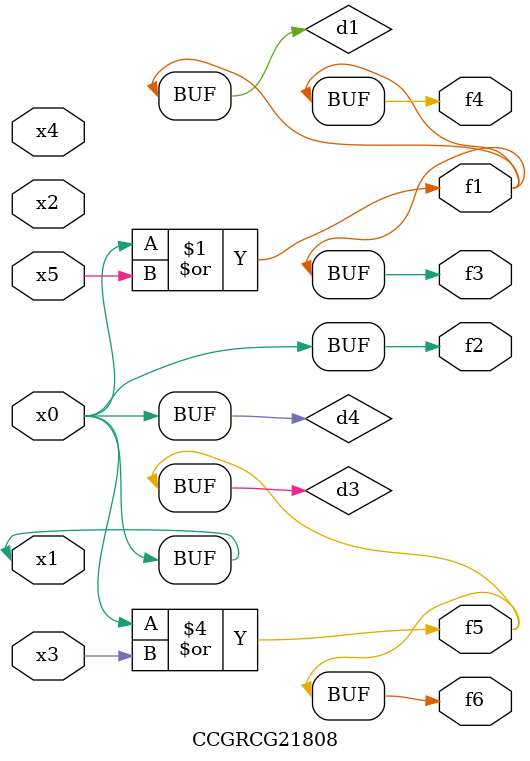
<source format=v>
module CCGRCG21808(
	input x0, x1, x2, x3, x4, x5,
	output f1, f2, f3, f4, f5, f6
);

	wire d1, d2, d3, d4;

	or (d1, x0, x5);
	xnor (d2, x1, x4);
	or (d3, x0, x3);
	buf (d4, x0, x1);
	assign f1 = d1;
	assign f2 = d4;
	assign f3 = d1;
	assign f4 = d1;
	assign f5 = d3;
	assign f6 = d3;
endmodule

</source>
